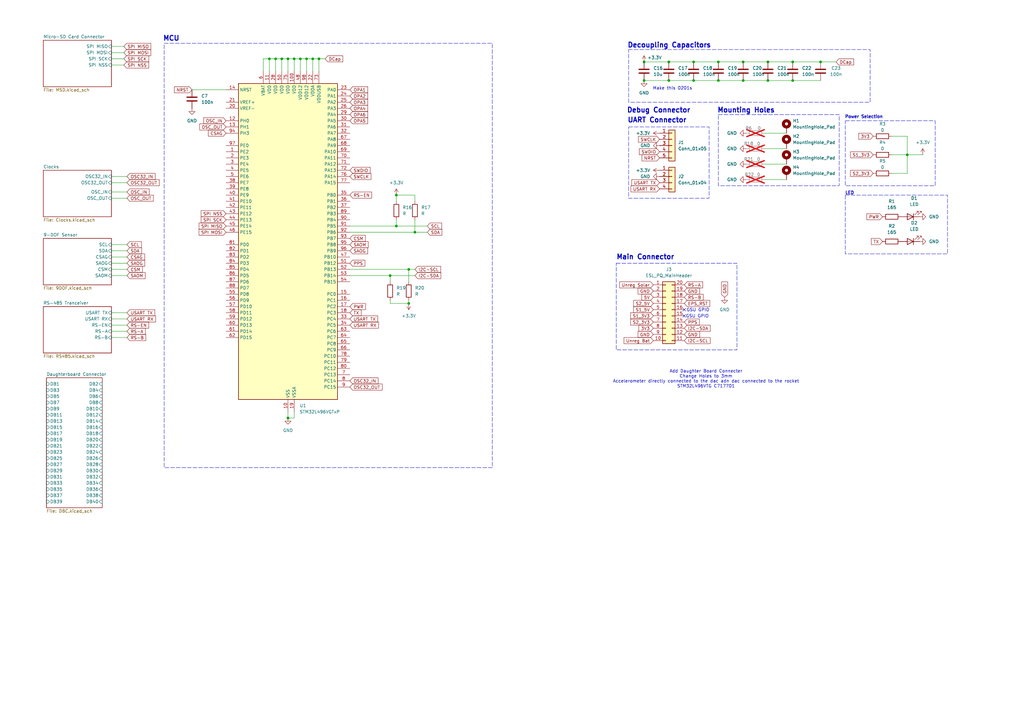
<source format=kicad_sch>
(kicad_sch (version 20231120) (generator "eeschema") (generator_version "8.0")
  (paper "A3")
  (title_block (title "ADCS OBC") (date "2024-04-18") (rev "V1") (comment 1 "22619291") (comment 2 "DP Theron"))
  (lib_symbols
    (symbol "+3.3V_1" (power) (pin_numbers hide) (pin_names (offset 0) hide)
      (property "Value" "+3.3V" (at 0 3.556 0))
      (symbol "+3.3V_1_0_1"
        (polyline (pts (xy -0.762 1.27) (xy 0 2.54)))
        (polyline (pts (xy 0 0) (xy 0 2.54)))
        (polyline (pts (xy 0 2.54) (xy 0.762 1.27)))
      )
      (symbol "+3.3V_1_1_1"
        (pin power_in line (at 0 0 90) (length 0) (name "~") (number "1"))
      )
    )
    (symbol "+3.3V_2" (power) (pin_numbers hide) (pin_names (offset 0) hide)
      (property "Value" "+3.3V" (at 0 3.556 0))
      (symbol "+3.3V_2_0_1"
        (polyline (pts (xy -0.762 1.27) (xy 0 2.54)))
        (polyline (pts (xy 0 0) (xy 0 2.54)))
        (polyline (pts (xy 0 2.54) (xy 0.762 1.27)))
      )
      (symbol "+3.3V_2_1_1"
        (pin power_in line (at 0 0 90) (length 0) (name "~") (number "1"))
      )
    )
    (symbol "+3.3V_3" (power) (pin_numbers hide) (pin_names (offset 0) hide)
      (property "Value" "+3.3V" (at 0 3.556 0))
      (symbol "+3.3V_3_0_1"
        (polyline (pts (xy -0.762 1.27) (xy 0 2.54)))
        (polyline (pts (xy 0 0) (xy 0 2.54)))
        (polyline (pts (xy 0 2.54) (xy 0.762 1.27)))
      )
      (symbol "+3.3V_3_1_1"
        (pin power_in line (at 0 0 90) (length 0) (name "~") (number "1"))
      )
    )
    (symbol "Connector_Generic:Conn_01x04" (pin_names (offset 1.016) hide)
      (property "Reference" "J" (at 0 5.08 0))
      (property "Value" "Conn_01x04" (at 0 -7.62 0))
      (symbol "Conn_01x04_1_1"
        (rectangle (start -1.27 -4.953) (end 0 -5.207) (stroke (width 0.1524)))
        (rectangle (start -1.27 -2.413) (end 0 -2.667) (stroke (width 0.1524)))
        (rectangle (start -1.27 0.127) (end 0 -0.127) (stroke (width 0.1524)))
        (rectangle (start -1.27 2.667) (end 0 2.413) (stroke (width 0.1524)))
        (rectangle (start -1.27 3.81) (end 1.27 -6.35) (stroke (width 0.254)) (fill (type background)))
        (pin passive line (at -5.08 2.54 0) (length 3.81) (name "Pin_1") (number "1"))
        (pin passive line (at -5.08 0 0) (length 3.81) (name "Pin_2") (number "2"))
        (pin passive line (at -5.08 -2.54 0) (length 3.81) (name "Pin_3") (number "3"))
        (pin passive line (at -5.08 -5.08 0) (length 3.81) (name "Pin_4") (number "4"))
      )
    )
    (symbol "Connector_Generic:Conn_01x05" (pin_names (offset 1.016) hide)
      (property "Reference" "J" (at 0 7.62 0))
      (property "Value" "Conn_01x05" (at 0 -7.62 0))
      (symbol "Conn_01x05_1_1"
        (rectangle (start -1.27 -4.953) (end 0 -5.207) (stroke (width 0.1524)))
        (rectangle (start -1.27 -2.413) (end 0 -2.667) (stroke (width 0.1524)))
        (rectangle (start -1.27 0.127) (end 0 -0.127) (stroke (width 0.1524)))
        (rectangle (start -1.27 2.667) (end 0 2.413) (stroke (width 0.1524)))
        (rectangle (start -1.27 5.207) (end 0 4.953) (stroke (width 0.1524)))
        (rectangle (start -1.27 6.35) (end 1.27 -6.35) (stroke (width 0.254)) (fill (type background)))
        (pin passive line (at -5.08 5.08 0) (length 3.81) (name "Pin_1") (number "1"))
        (pin passive line (at -5.08 2.54 0) (length 3.81) (name "Pin_2") (number "2"))
        (pin passive line (at -5.08 0 0) (length 3.81) (name "Pin_3") (number "3"))
        (pin passive line (at -5.08 -2.54 0) (length 3.81) (name "Pin_4") (number "4"))
        (pin passive line (at -5.08 -5.08 0) (length 3.81) (name "Pin_5") (number "5"))
      )
    )
    (symbol "Device:C" (pin_numbers hide) (pin_names (offset 0.254))
      (property "Reference" "C" (at 0.635 2.54 0))
      (property "Value" "C" (at 0.635 -2.54 0))
      (symbol "C_0_1"
        (polyline (pts (xy -2.032 -0.762) (xy 2.032 -0.762)) (stroke (width 0.508)))
        (polyline (pts (xy -2.032 0.762) (xy 2.032 0.762)) (stroke (width 0.508)))
      )
      (symbol "C_1_1"
        (pin passive line (at 0 3.81 270) (length 2.794) (name "~") (number "1"))
        (pin passive line (at 0 -3.81 90) (length 2.794) (name "~") (number "2"))
      )
    )
    (symbol "Device:LED" (pin_numbers hide) (pin_names (offset 1.016) hide)
      (property "Reference" "D" (at 0 2.54 0))
      (property "Value" "LED" (at 0 -2.54 0))
      (symbol "LED_0_1"
        (polyline (pts (xy -1.27 -1.27) (xy -1.27 1.27)) (stroke (width 0.254)))
        (polyline (pts (xy -1.27 0) (xy 1.27 0)))
        (polyline (pts (xy 1.27 -1.27) (xy 1.27 1.27) (xy -1.27 0) (xy 1.27 -1.27)) (stroke (width 0.254)))
        (polyline (pts (xy -3.048 -0.762) (xy -4.572 -2.286) (xy -3.81 -2.286) (xy -4.572 -2.286) (xy -4.572 -1.524)))
        (polyline (pts (xy -1.778 -0.762) (xy -3.302 -2.286) (xy -2.54 -2.286) (xy -3.302 -2.286) (xy -3.302 -1.524)))
      )
      (symbol "LED_1_1"
        (pin passive line (at -3.81 0 0) (length 2.54) (name "K") (number "1"))
        (pin passive line (at 3.81 0 180) (length 2.54) (name "A") (number "2"))
      )
    )
    (symbol "Device:R" (pin_numbers hide) (pin_names (offset 0))
      (property "Reference" "R" (at 2.032 0 90))
      (property "Value" "R" (at 0 0 90))
      (symbol "R_0_1"
        (rectangle (start -1.016 -2.54) (end 1.016 2.54) (stroke (width 0.254)))
      )
      (symbol "R_1_1"
        (pin passive line (at 0 3.81 270) (length 1.27) (name "~") (number "1"))
        (pin passive line (at 0 -3.81 90) (length 1.27) (name "~") (number "2"))
      )
    )
    (symbol "ESL_PQ:Conn_02x10_Counter_Clockwise" (pin_names (offset 1.016) hide)
      (property "Reference" "J" (at 1.27 12.7 0))
      (property "Value" "Conn_02x10_Counter_Clockwise" (at 1.27 -15.24 0))
      (symbol "Conn_02x10_Counter_Clockwise_1_1"
        (rectangle (start -1.27 -12.573) (end 0 -12.827) (stroke (width 0.1524)))
        (rectangle (start -1.27 -10.033) (end 0 -10.287) (stroke (width 0.1524)))
        (rectangle (start -1.27 -7.493) (end 0 -7.747) (stroke (width 0.1524)))
        (rectangle (start -1.27 -4.953) (end 0 -5.207) (stroke (width 0.1524)))
        (rectangle (start -1.27 -2.413) (end 0 -2.667) (stroke (width 0.1524)))
        (rectangle (start -1.27 0.127) (end 0 -0.127) (stroke (width 0.1524)))
        (rectangle (start -1.27 2.667) (end 0 2.413) (stroke (width 0.1524)))
        (rectangle (start -1.27 5.207) (end 0 4.953) (stroke (width 0.1524)))
        (rectangle (start -1.27 7.747) (end 0 7.493) (stroke (width 0.1524)))
        (rectangle (start -1.27 10.287) (end 0 10.033) (stroke (width 0.1524)))
        (rectangle (start -1.27 11.43) (end 3.81 -13.97) (stroke (width 0.254)) (fill (type background)))
        (rectangle (start 3.81 -12.573) (end 2.54 -12.827) (stroke (width 0.1524)))
        (rectangle (start 3.81 -10.033) (end 2.54 -10.287) (stroke (width 0.1524)))
        (rectangle (start 3.81 -7.493) (end 2.54 -7.747) (stroke (width 0.1524)))
        (rectangle (start 3.81 -4.953) (end 2.54 -5.207) (stroke (width 0.1524)))
        (rectangle (start 3.81 -2.413) (end 2.54 -2.667) (stroke (width 0.1524)))
        (rectangle (start 3.81 0.127) (end 2.54 -0.127) (stroke (width 0.1524)))
        (rectangle (start 3.81 2.667) (end 2.54 2.413) (stroke (width 0.1524)))
        (rectangle (start 3.81 5.207) (end 2.54 4.953) (stroke (width 0.1524)))
        (rectangle (start 3.81 7.747) (end 2.54 7.493) (stroke (width 0.1524)))
        (rectangle (start 3.81 10.287) (end 2.54 10.033) (stroke (width 0.1524)))
        (pin passive line (at -5.08 10.16 0) (length 3.81) (name "Pin_1") (number "1"))
        (pin passive line (at -5.08 -12.7 0) (length 3.81) (name "Pin_10") (number "10"))
        (pin passive line (at 7.62 -12.7 180) (length 3.81) (name "Pin_11") (number "11"))
        (pin passive line (at 7.62 -10.16 180) (length 3.81) (name "Pin_12") (number "12"))
        (pin passive line (at 7.62 -7.62 180) (length 3.81) (name "Pin_13") (number "13"))
        (pin passive line (at 7.62 -5.08 180) (length 3.81) (name "Pin_14") (number "14"))
        (pin passive line (at 7.62 -2.54 180) (length 3.81) (name "Pin_15") (number "15"))
        (pin passive line (at 7.62 0 180) (length 3.81) (name "Pin_16") (number "16"))
        (pin passive line (at 7.62 2.54 180) (length 3.81) (name "Pin_17") (number "17"))
        (pin passive line (at 7.62 5.08 180) (length 3.81) (name "Pin_18") (number "18"))
        (pin passive line (at 7.62 7.62 180) (length 3.81) (name "Pin_19") (number "19"))
        (pin passive line (at -5.08 7.62 0) (length 3.81) (name "Pin_2") (number "2"))
        (pin passive line (at 7.62 10.16 180) (length 3.81) (name "Pin_20") (number "20"))
        (pin passive line (at -5.08 5.08 0) (length 3.81) (name "Pin_3") (number "3"))
        (pin passive line (at -5.08 2.54 0) (length 3.81) (name "Pin_4") (number "4"))
        (pin passive line (at -5.08 0 0) (length 3.81) (name "Pin_5") (number "5"))
        (pin passive line (at -5.08 -2.54 0) (length 3.81) (name "Pin_6") (number "6"))
        (pin passive line (at -5.08 -5.08 0) (length 3.81) (name "Pin_7") (number "7"))
        (pin passive line (at -5.08 -7.62 0) (length 3.81) (name "Pin_8") (number "8"))
        (pin passive line (at -5.08 -10.16 0) (length 3.81) (name "Pin_9") (number "9"))
      )
    )
    (symbol "GND_1" (power) (pin_numbers hide) (pin_names (offset 0) hide)
      (property "Value" "GND" (at 0 -3.81 0))
      (symbol "GND_1_0_1"
        (polyline (pts (xy 0 0) (xy 0 -1.27) (xy 1.27 -1.27) (xy 0 -2.54) (xy -1.27 -1.27) (xy 0 -1.27)))
      )
      (symbol "GND_1_1_1"
        (pin power_in line (at 0 0 270) (length 0) (name "~") (number "1"))
      )
    )
    (symbol "GND_2" (power) (pin_numbers hide) (pin_names (offset 0) hide)
      (property "Value" "GND" (at 0 -3.81 0))
      (symbol "GND_2_0_1"
        (polyline (pts (xy 0 0) (xy 0 -1.27) (xy 1.27 -1.27) (xy 0 -2.54) (xy -1.27 -1.27) (xy 0 -1.27)))
      )
      (symbol "GND_2_1_1"
        (pin power_in line (at 0 0 270) (length 0) (name "~") (number "1"))
      )
    )
    (symbol "MCU_ST_STM32L4:STM32L496VGTxP"
      (property "Reference" "U" (at -20.32 67.31 0))
      (property "Value" "STM32L496VGTxP" (at 15.24 67.31 0))
      (symbol "STM32L496VGTxP_0_1"
        (rectangle (start -20.32 -63.5) (end 20.32 66.04) (stroke (width 0.254)) (fill (type background)))
      )
      (symbol "STM32L496VGTxP_1_1"
        (pin bidirectional line (at -25.4 38.1 0) (length 5.08) (name "PE2") (number "1"))
        (pin power_in line (at 0 -68.58 90) (length 5.08) (name "VSS") (number "10"))
        (pin power_in line (at 2.54 71.12 270) (length 5.08) (name "VDD") (number "100"))
        (pin power_in line (at -7.62 71.12 270) (length 5.08) (name "VDD") (number "11"))
        (pin bidirectional line (at -25.4 50.8 0) (length 5.08) (name "PH0") (number "12"))
        (pin bidirectional line (at -25.4 48.26 0) (length 5.08) (name "PH1") (number "13"))
        (pin input line (at -25.4 63.5 0) (length 5.08) (name "NRST") (number "14"))
        (pin bidirectional line (at 25.4 -20.32 180) (length 5.08) (name "PC0") (number "15"))
        (pin bidirectional line (at 25.4 -22.86 180) (length 5.08) (name "PC1") (number "16"))
        (pin bidirectional line (at 25.4 -25.4 180) (length 5.08) (name "PC2") (number "17"))
        (pin bidirectional line (at 25.4 -27.94 180) (length 5.08) (name "PC3") (number "18"))
        (pin power_in line (at 2.54 -68.58 90) (length 5.08) (name "VSSA") (number "19"))
        (pin bidirectional line (at -25.4 35.56 0) (length 5.08) (name "PE3") (number "2"))
        (pin input line (at -25.4 55.88 0) (length 5.08) (name "VREF-") (number "20"))
        (pin input line (at -25.4 58.42 0) (length 5.08) (name "VREF+") (number "21"))
        (pin power_in line (at 10.16 71.12 270) (length 5.08) (name "VDDA") (number "22"))
        (pin bidirectional line (at 25.4 63.5 180) (length 5.08) (name "PA0") (number "23"))
        (pin bidirectional line (at 25.4 60.96 180) (length 5.08) (name "PA1") (number "24"))
        (pin bidirectional line (at 25.4 58.42 180) (length 5.08) (name "PA2") (number "25"))
        (pin bidirectional line (at 25.4 55.88 180) (length 5.08) (name "PA3") (number "26"))
        (pin passive line (at 0 -68.58 90) (length 5.08) hide (name "VSS") (number "27"))
        (pin power_in line (at -5.08 71.12 270) (length 5.08) (name "VDD") (number "28"))
        (pin bidirectional line (at 25.4 53.34 180) (length 5.08) (name "PA4") (number "29"))
        (pin bidirectional line (at -25.4 33.02 0) (length 5.08) (name "PE4") (number "3"))
        (pin bidirectional line (at 25.4 50.8 180) (length 5.08) (name "PA5") (number "30"))
        (pin bidirectional line (at 25.4 48.26 180) (length 5.08) (name "PA6") (number "31"))
        (pin bidirectional line (at 25.4 45.72 180) (length 5.08) (name "PA7") (number "32"))
        (pin bidirectional line (at 25.4 -30.48 180) (length 5.08) (name "PC4") (number "33"))
        (pin bidirectional line (at 25.4 -33.02 180) (length 5.08) (name "PC5") (number "34"))
        (pin bidirectional line (at 25.4 20.32 180) (length 5.08) (name "PB0") (number "35"))
        (pin bidirectional line (at 25.4 17.78 180) (length 5.08) (name "PB1") (number "36"))
        (pin bidirectional line (at 25.4 15.24 180) (length 5.08) (name "PB2") (number "37"))
        (pin bidirectional line (at -25.4 25.4 0) (length 5.08) (name "PE7") (number "38"))
        (pin bidirectional line (at -25.4 22.86 0) (length 5.08) (name "PE8") (number "39"))
        (pin bidirectional line (at -25.4 30.48 0) (length 5.08) (name "PE5") (number "4"))
        (pin bidirectional line (at -25.4 20.32 0) (length 5.08) (name "PE9") (number "40"))
        (pin bidirectional line (at -25.4 17.78 0) (length 5.08) (name "PE10") (number "41"))
        (pin bidirectional line (at -25.4 15.24 0) (length 5.08) (name "PE11") (number "42"))
        (pin bidirectional line (at -25.4 12.7 0) (length 5.08) (name "PE12") (number "43"))
        (pin bidirectional line (at -25.4 10.16 0) (length 5.08) (name "PE13") (number "44"))
        (pin bidirectional line (at -25.4 7.62 0) (length 5.08) (name "PE14") (number "45"))
        (pin bidirectional line (at -25.4 5.08 0) (length 5.08) (name "PE15") (number "46"))
        (pin bidirectional line (at 25.4 -5.08 180) (length 5.08) (name "PB10") (number "47"))
        (pin power_in line (at 5.08 71.12 270) (length 5.08) (name "VDD12") (number "48"))
        (pin passive line (at 0 -68.58 90) (length 5.08) hide (name "VSS") (number "49"))
        (pin bidirectional line (at -25.4 27.94 0) (length 5.08) (name "PE6") (number "5"))
        (pin power_in line (at -2.54 71.12 270) (length 5.08) (name "VDD") (number "50"))
        (pin bidirectional line (at 25.4 -7.62 180) (length 5.08) (name "PB12") (number "51"))
        (pin bidirectional line (at 25.4 -10.16 180) (length 5.08) (name "PB13") (number "52"))
        (pin bidirectional line (at 25.4 -12.7 180) (length 5.08) (name "PB14") (number "53"))
        (pin bidirectional line (at 25.4 -15.24 180) (length 5.08) (name "PB15") (number "54"))
        (pin bidirectional line (at -25.4 -20.32 0) (length 5.08) (name "PD8") (number "55"))
        (pin bidirectional line (at -25.4 -22.86 0) (length 5.08) (name "PD9") (number "56"))
        (pin bidirectional line (at -25.4 -25.4 0) (length 5.08) (name "PD10") (number "57"))
        (pin bidirectional line (at -25.4 -27.94 0) (length 5.08) (name "PD11") (number "58"))
        (pin bidirectional line (at -25.4 -30.48 0) (length 5.08) (name "PD12") (number "59"))
        (pin power_in line (at -10.16 71.12 270) (length 5.08) (name "VBAT") (number "6"))
        (pin bidirectional line (at -25.4 -33.02 0) (length 5.08) (name "PD13") (number "60"))
        (pin bidirectional line (at -25.4 -35.56 0) (length 5.08) (name "PD14") (number "61"))
        (pin bidirectional line (at -25.4 -38.1 0) (length 5.08) (name "PD15") (number "62"))
        (pin bidirectional line (at 25.4 -35.56 180) (length 5.08) (name "PC6") (number "63"))
        (pin bidirectional line (at 25.4 -38.1 180) (length 5.08) (name "PC7") (number "64"))
        (pin bidirectional line (at 25.4 -40.64 180) (length 5.08) (name "PC8") (number "65"))
        (pin bidirectional line (at 25.4 -43.18 180) (length 5.08) (name "PC9") (number "66"))
        (pin bidirectional line (at 25.4 43.18 180) (length 5.08) (name "PA8") (number "67"))
        (pin bidirectional line (at 25.4 40.64 180) (length 5.08) (name "PA9") (number "68"))
        (pin bidirectional line (at 25.4 38.1 180) (length 5.08) (name "PA10") (number "69"))
        (pin bidirectional line (at 25.4 -53.34 180) (length 5.08) (name "PC13") (number "7"))
        (pin bidirectional line (at 25.4 35.56 180) (length 5.08) (name "PA11") (number "70"))
        (pin bidirectional line (at 25.4 33.02 180) (length 5.08) (name "PA12") (number "71"))
        (pin bidirectional line (at 25.4 30.48 180) (length 5.08) (name "PA13") (number "72"))
        (pin power_in line (at 12.7 71.12 270) (length 5.08) (name "VDDUSB") (number "73"))
        (pin passive line (at 0 -68.58 90) (length 5.08) hide (name "VSS") (number "74"))
        (pin power_in line (at 0 71.12 270) (length 5.08) (name "VDD") (number "75"))
        (pin bidirectional line (at 25.4 27.94 180) (length 5.08) (name "PA14") (number "76"))
        (pin bidirectional line (at 25.4 25.4 180) (length 5.08) (name "PA15") (number "77"))
        (pin bidirectional line (at 25.4 -45.72 180) (length 5.08) (name "PC10") (number "78"))
        (pin bidirectional line (at 25.4 -48.26 180) (length 5.08) (name "PC11") (number "79"))
        (pin bidirectional line (at 25.4 -55.88 180) (length 5.08) (name "PC14") (number "8"))
        (pin bidirectional line (at 25.4 -50.8 180) (length 5.08) (name "PC12") (number "80"))
        (pin bidirectional line (at -25.4 0 0) (length 5.08) (name "PD0") (number "81"))
        (pin bidirectional line (at -25.4 -2.54 0) (length 5.08) (name "PD1") (number "82"))
        (pin bidirectional line (at -25.4 -5.08 0) (length 5.08) (name "PD2") (number "83"))
        (pin bidirectional line (at -25.4 -7.62 0) (length 5.08) (name "PD3") (number "84"))
        (pin bidirectional line (at -25.4 -10.16 0) (length 5.08) (name "PD4") (number "85"))
        (pin bidirectional line (at -25.4 -12.7 0) (length 5.08) (name "PD5") (number "86"))
        (pin bidirectional line (at -25.4 -15.24 0) (length 5.08) (name "PD6") (number "87"))
        (pin bidirectional line (at -25.4 -17.78 0) (length 5.08) (name "PD7") (number "88"))
        (pin bidirectional line (at 25.4 12.7 180) (length 5.08) (name "PB3") (number "89"))
        (pin bidirectional line (at 25.4 -58.42 180) (length 5.08) (name "PC15") (number "9"))
        (pin bidirectional line (at 25.4 10.16 180) (length 5.08) (name "PB4") (number "90"))
        (pin bidirectional line (at 25.4 7.62 180) (length 5.08) (name "PB5") (number "91"))
        (pin bidirectional line (at 25.4 5.08 180) (length 5.08) (name "PB6") (number "92"))
        (pin bidirectional line (at 25.4 2.54 180) (length 5.08) (name "PB7") (number "93"))
        (pin bidirectional line (at -25.4 45.72 0) (length 5.08) (name "PH3") (number "94"))
        (pin bidirectional line (at 25.4 0 180) (length 5.08) (name "PB8") (number "95"))
        (pin bidirectional line (at 25.4 -2.54 180) (length 5.08) (name "PB9") (number "96"))
        (pin bidirectional line (at -25.4 40.64 0) (length 5.08) (name "PE0") (number "97"))
        (pin power_in line (at 7.62 71.12 270) (length 5.08) (name "VDD12") (number "98"))
        (pin passive line (at 0 -68.58 90) (length 5.08) hide (name "VSS") (number "99"))
      )
    )
    (symbol "Mechanical:MountingHole_Pad" (pin_numbers hide) (pin_names (offset 1.016) hide) (exclude_from_sim yes) (in_bom no)
      (property "Reference" "H" (at 0 6.35 0))
      (property "Value" "MountingHole_Pad" (at 0 4.445 0))
      (symbol "MountingHole_Pad_0_1"
        (circle (center 0 1.27) (radius 1.27) (stroke (width 1.27)))
      )
      (symbol "MountingHole_Pad_1_1"
        (pin input line (at 0 -2.54 90) (length 2.54) (name "1") (number "1"))
      )
    )
    (symbol "power:+3.3V" (power) (pin_names (offset 0))
      (property "Value" "+3.3V" (at 0 3.556 0))
      (symbol "+3.3V_0_1"
        (polyline (pts (xy -0.762 1.27) (xy 0 2.54)))
        (polyline (pts (xy 0 0) (xy 0 2.54)))
        (polyline (pts (xy 0 2.54) (xy 0.762 1.27)))
      )
      (symbol "+3.3V_1_1"
        (pin power_in line (at 0 0 90) (length 0) hide (name "+3.3V") (number "1"))
      )
    )
    (symbol "power:GND" (power) (pin_names (offset 0))
      (property "Value" "GND" (at 0 -3.81 0))
      (symbol "GND_0_1"
        (polyline (pts (xy 0 0) (xy 0 -1.27) (xy 1.27 -1.27) (xy 0 -2.54) (xy -1.27 -1.27) (xy 0 -1.27)))
      )
      (symbol "GND_1_1"
        (pin power_in line (at 0 0 270) (length 0) hide (name "GND") (number "1"))
      )
    )
  )
  (junction (at 160.02 113.03))
  (junction (at 162.56 92.71))
  (junction (at 336.55 25.4))
  (junction (at 167.64 110.49))
  (junction (at 274.32 25.4))
  (junction (at 170.18 95.25))
  (junction (at 274.32 33.02))
  (junction (at 325.12 33.02))
  (junction (at 314.96 25.4))
  (junction (at 115.57 24.13))
  (junction (at 304.8 25.4))
  (junction (at 284.48 33.02))
  (junction (at 284.48 25.4))
  (junction (at 264.16 33.02))
  (junction (at 314.96 33.02))
  (junction (at 128.27 24.13))
  (junction (at 294.64 33.02))
  (junction (at 304.8 33.02))
  (junction (at 118.11 171.45))
  (junction (at 130.81 24.13))
  (junction (at 123.19 24.13))
  (junction (at 294.64 25.4))
  (junction (at 125.73 24.13))
  (junction (at 167.64 124.46))
  (junction (at 113.03 24.13))
  (junction (at 120.65 24.13))
  (junction (at 372.11 63.5))
  (junction (at 162.56 80.01))
  (junction (at 325.12 25.4))
  (junction (at 110.49 24.13))
  (junction (at 264.16 25.4))
  (junction (at 118.11 24.13))
  (no_connect (at 280.67 129.54))
  (no_connect (at 280.67 127))
  (wire (pts (xy 284.48 33.02) (xy 294.64 33.02)))
  (wire (pts (xy 110.49 24.13) (xy 110.49 29.21)))
  (wire (pts (xy 264.16 25.4) (xy 274.32 25.4)))
  (wire (pts (xy 162.56 82.55) (xy 162.56 80.01)))
  (wire (pts (xy 115.57 24.13) (xy 115.57 29.21)))
  (wire (pts (xy 45.72 113.03) (xy 52.07 113.03)))
  (wire (pts (xy 313.69 67.31) (xy 322.58 67.31)))
  (wire (pts (xy 162.56 92.71) (xy 175.26 92.71)))
  (wire (pts (xy 120.65 24.13) (xy 123.19 24.13)))
  (wire (pts (xy 45.72 130.81) (xy 52.07 130.81)))
  (wire (pts (xy 313.69 54.61) (xy 322.58 54.61)))
  (wire (pts (xy 123.19 24.13) (xy 125.73 24.13)))
  (wire (pts (xy 78.74 36.83) (xy 92.71 36.83)))
  (wire (pts (xy 372.11 55.88) (xy 372.11 63.5)))
  (wire (pts (xy 110.49 24.13) (xy 107.95 24.13)))
  (wire (pts (xy 45.72 74.93) (xy 52.07 74.93)))
  (wire (pts (xy 314.96 33.02) (xy 325.12 33.02)))
  (wire (pts (xy 118.11 168.91) (xy 118.11 171.45)))
  (wire (pts (xy 128.27 29.21) (xy 128.27 24.13)))
  (wire (pts (xy 167.64 110.49) (xy 143.51 110.49)))
  (wire (pts (xy 120.65 24.13) (xy 118.11 24.13)))
  (wire (pts (xy 120.65 24.13) (xy 120.65 29.21)))
  (wire (pts (xy 170.18 95.25) (xy 143.51 95.25)))
  (wire (pts (xy 170.18 110.49) (xy 167.64 110.49)))
  (wire (pts (xy 45.72 128.27) (xy 52.07 128.27)))
  (wire (pts (xy 304.8 33.02) (xy 314.96 33.02)))
  (wire (pts (xy 170.18 80.01) (xy 170.18 82.55)))
  (wire (pts (xy 175.26 95.25) (xy 170.18 95.25)))
  (wire (pts (xy 45.72 24.13) (xy 50.8 24.13)))
  (wire (pts (xy 294.64 33.02) (xy 304.8 33.02)))
  (wire (pts (xy 45.72 133.35) (xy 52.07 133.35)))
  (wire (pts (xy 130.81 24.13) (xy 130.81 29.21)))
  (wire (pts (xy 167.64 124.46) (xy 167.64 123.19)))
  (wire (pts (xy 45.72 107.95) (xy 52.07 107.95)))
  (wire (pts (xy 143.51 113.03) (xy 160.02 113.03)))
  (wire (pts (xy 294.64 25.4) (xy 304.8 25.4)))
  (wire (pts (xy 45.72 78.74) (xy 52.07 78.74)))
  (wire (pts (xy 118.11 171.45) (xy 120.65 171.45)))
  (wire (pts (xy 313.69 73.66) (xy 322.58 73.66)))
  (wire (pts (xy 167.64 110.49) (xy 167.64 115.57)))
  (wire (pts (xy 45.72 102.87) (xy 52.07 102.87)))
  (wire (pts (xy 107.95 24.13) (xy 107.95 29.21)))
  (wire (pts (xy 45.72 110.49) (xy 52.07 110.49)))
  (wire (pts (xy 125.73 24.13) (xy 128.27 24.13)))
  (wire (pts (xy 160.02 113.03) (xy 170.18 113.03)))
  (wire (pts (xy 45.72 72.39) (xy 52.07 72.39)))
  (wire (pts (xy 372.11 71.12) (xy 365.76 71.12)))
  (wire (pts (xy 325.12 25.4) (xy 336.55 25.4)))
  (wire (pts (xy 45.72 100.33) (xy 52.07 100.33)))
  (wire (pts (xy 45.72 135.89) (xy 52.07 135.89)))
  (wire (pts (xy 110.49 24.13) (xy 113.03 24.13)))
  (wire (pts (xy 130.81 24.13) (xy 133.35 24.13)))
  (wire (pts (xy 170.18 90.17) (xy 170.18 95.25)))
  (wire (pts (xy 162.56 80.01) (xy 170.18 80.01)))
  (wire (pts (xy 325.12 33.02) (xy 336.55 33.02)))
  (wire (pts (xy 365.76 63.5) (xy 372.11 63.5)))
  (wire (pts (xy 120.65 171.45) (xy 120.65 168.91)))
  (wire (pts (xy 160.02 115.57) (xy 160.02 113.03)))
  (wire (pts (xy 304.8 25.4) (xy 314.96 25.4)))
  (wire (pts (xy 378.46 63.5) (xy 372.11 63.5)))
  (wire (pts (xy 45.72 105.41) (xy 52.07 105.41)))
  (wire (pts (xy 45.72 138.43) (xy 52.07 138.43)))
  (wire (pts (xy 160.02 124.46) (xy 167.64 124.46)))
  (wire (pts (xy 160.02 123.19) (xy 160.02 124.46)))
  (wire (pts (xy 274.32 33.02) (xy 284.48 33.02)))
  (wire (pts (xy 284.48 25.4) (xy 294.64 25.4)))
  (wire (pts (xy 128.27 24.13) (xy 130.81 24.13)))
  (wire (pts (xy 313.69 60.96) (xy 322.58 60.96)))
  (wire (pts (xy 365.76 55.88) (xy 372.11 55.88)))
  (wire (pts (xy 125.73 24.13) (xy 125.73 29.21)))
  (wire (pts (xy 45.72 26.67) (xy 50.8 26.67)))
  (wire (pts (xy 314.96 25.4) (xy 325.12 25.4)))
  (wire (pts (xy 45.72 81.28) (xy 52.07 81.28)))
  (wire (pts (xy 118.11 24.13) (xy 118.11 29.21)))
  (wire (pts (xy 123.19 29.21) (xy 123.19 24.13)))
  (wire (pts (xy 162.56 90.17) (xy 162.56 92.71)))
  (wire (pts (xy 45.72 21.59) (xy 50.8 21.59)))
  (wire (pts (xy 113.03 24.13) (xy 115.57 24.13)))
  (wire (pts (xy 274.32 25.4) (xy 284.48 25.4)))
  (wire (pts (xy 113.03 24.13) (xy 113.03 29.21)))
  (wire (pts (xy 336.55 25.4) (xy 342.9 25.4)))
  (wire (pts (xy 118.11 24.13) (xy 115.57 24.13)))
  (wire (pts (xy 143.51 92.71) (xy 162.56 92.71)))
  (wire (pts (xy 264.16 33.02) (xy 274.32 33.02)))
  (wire (pts (xy 45.72 19.05) (xy 50.8 19.05)))
  (wire (pts (xy 372.11 63.5) (xy 372.11 71.12)))
  (rectangle (start 294.64 46.99) (end 344.17 76.2) (stroke (width 0) (type dash)))
  (rectangle (start 252.73 107.95) (end 302.26 143.51) (stroke (width 0) (type dash)))
  (rectangle (start 257.81 52.07) (end 290.83 81.28) (stroke (width 0) (type dash)))
  (rectangle (start 67.31 17.78) (end 201.93 191.77) (stroke (width 0) (type dash)))
  (rectangle (start 257.81 20.32) (end 356.87 41.91) (stroke (width 0) (type dash)))
  (rectangle (start 346.71 80.01) (end 388.62 104.14) (stroke (width 0) (type dash)))
  (rectangle (start 346.71 49.53) (end 383.54 76.2) (stroke (width 0) (type dash)))
  (text "GSU GPIO" (at 286.004 129.794 0) (effects (font (size 1.27 1.27))))
  (text "Power Selection" (at 354.33 48.006 0) (effects (font (size 1.27 1.27) (thickness 0.254) (bold yes))))
  (text "UART Connector" (at 257.302 50.546 0) (effects (font (size 2 2) (thickness 0.4) (bold yes)) (justify left bottom)))
  (text "LED" (at 348.488 79.248 0) (effects (font (size 1.27 1.27) (thickness 0.254) (bold yes))))
  (text "Decoupling Capacitors" (at 257.302 19.812 0) (effects (font (size 2 2) (bold yes)) (justify left bottom)))
  (text "Mounting Holes" (at 294.132 46.482 0) (effects (font (size 2 2) (thickness 0.4) (bold yes)) (justify left bottom)))
  (text "Debug Connector" (at 257.048 46.482 0) (effects (font (size 2 2) (thickness 0.4) (bold yes)) (justify left bottom)))
  (text "Add Daughter Board Connecter\nChange Holes to 3mm\nAccelerometer directly connected to the dac adn dac connected to the rocket\nSTM32L496VTG C717701" (at 289.56 155.448 0) (effects (font (size 1.27 1.27))))
  (text "Main Connector" (at 252.73 106.68 0) (effects (font (size 2 2) (thickness 0.4) (bold yes)) (justify left bottom)))
  (text "GSU GPIO" (at 286.258 127.254 0) (effects (font (size 1.27 1.27))))
  (text "MCU" (at 66.802 17.018 0) (effects (font (size 2 2) (bold yes)) (justify left bottom)))
  (text "Make this 0201s" (at 275.844 36.322 0) (effects (font (size 1.27 1.27))))
  (global_label "USART RX" (shape input) (at 52.07 130.81 0) (property "Intersheetrefs" "${INTERSHEET_REFS}" (effects (hide yes))))
  (global_label "OSC32_OUT" (shape input) (at 52.07 74.93 0) (property "Intersheetrefs" "${INTERSHEET_REFS}" (effects (hide yes))))
  (global_label "SWDIO" (shape input) (at 270.51 62.23 180) (property "Intersheetrefs" "${INTERSHEET_REFS}" (effects (hide yes))))
  (global_label "RS-B" (shape input) (at 52.07 138.43 0) (property "Intersheetrefs" "${INTERSHEET_REFS}" (effects (hide yes))))
  (global_label "SPI NSS" (shape input) (at 92.71 87.63 180) (property "Intersheetrefs" "${INTERSHEET_REFS}" (effects (hide yes))))
  (global_label "RS-A" (shape input) (at 52.07 135.89 0) (property "Intersheetrefs" "${INTERSHEET_REFS}" (effects (hide yes))))
  (global_label "PPS" (shape input) (at 143.51 107.95 0) (property "Intersheetrefs" "${INTERSHEET_REFS}" (effects (hide yes))))
  (global_label "SPI MISO" (shape input) (at 92.71 92.71 180) (property "Intersheetrefs" "${INTERSHEET_REFS}" (effects (hide yes))))
  (global_label "SPI MOSI" (shape input) (at 50.8 21.59 0) (property "Intersheetrefs" "${INTERSHEET_REFS}" (effects (hide yes))))
  (global_label "S1_5V" (shape input) (at 267.97 127 180) (property "Intersheetrefs" "${INTERSHEET_REFS}" (effects (hide yes))))
  (global_label "GND" (shape input) (at 280.67 137.16 0) (property "Intersheetrefs" "${INTERSHEET_REFS}" (effects (hide yes))))
  (global_label "3V3" (shape input) (at 358.14 55.88 180) (property "Intersheetrefs" "${INTERSHEET_REFS}" (effects (hide yes))))
  (global_label "USART TX" (shape input) (at 270.51 74.93 180) (property "Intersheetrefs" "${INTERSHEET_REFS}" (effects (hide yes))))
  (global_label "SPI NSS" (shape input) (at 50.8 26.67 0) (property "Intersheetrefs" "${INTERSHEET_REFS}" (effects (hide yes))))
  (global_label "SPI MOSI" (shape input) (at 92.71 95.25 180) (property "Intersheetrefs" "${INTERSHEET_REFS}" (effects (hide yes))))
  (global_label "SDA" (shape input) (at 175.26 95.25 0) (property "Intersheetrefs" "${INTERSHEET_REFS}" (effects (hide yes))))
  (global_label "CSM" (shape input) (at 52.07 110.49 0) (property "Intersheetrefs" "${INTERSHEET_REFS}" (effects (hide yes))))
  (global_label "S2_3V3" (shape input) (at 267.97 132.08 180) (property "Intersheetrefs" "${INTERSHEET_REFS}" (effects (hide yes))))
  (global_label "SPI MISO" (shape input) (at 50.8 19.05 0) (property "Intersheetrefs" "${INTERSHEET_REFS}" (effects (hide yes))))
  (global_label "OPA2" (shape input) (at 143.51 39.37 0) (property "Intersheetrefs" "${INTERSHEET_REFS}" (effects (hide yes))))
  (global_label "I2C-SCL" (shape input) (at 280.67 139.7 0) (property "Intersheetrefs" "${INTERSHEET_REFS}" (effects (hide yes))))
  (global_label "SDA" (shape input) (at 52.07 102.87 0) (property "Intersheetrefs" "${INTERSHEET_REFS}" (effects (hide yes))))
  (global_label "TX" (shape input) (at 143.51 128.27 0) (property "Intersheetrefs" "${INTERSHEET_REFS}" (effects (hide yes))))
  (global_label "SAOG" (shape input) (at 52.07 107.95 0) (property "Intersheetrefs" "${INTERSHEET_REFS}" (effects (hide yes))))
  (global_label "RS-B" (shape input) (at 280.67 121.92 0) (property "Intersheetrefs" "${INTERSHEET_REFS}" (effects (hide yes))))
  (global_label "RS-A" (shape input) (at 280.67 116.84 0) (property "Intersheetrefs" "${INTERSHEET_REFS}" (effects (hide yes))))
  (global_label "NRST" (shape input) (at 270.51 64.77 180) (property "Intersheetrefs" "${INTERSHEET_REFS}" (effects (hide yes))))
  (global_label "SCL" (shape input) (at 175.26 92.71 0) (property "Intersheetrefs" "${INTERSHEET_REFS}" (effects (hide yes))))
  (global_label "OPA5" (shape input) (at 143.51 49.53 0) (property "Intersheetrefs" "${INTERSHEET_REFS}" (effects (hide yes))))
  (global_label "RS-EN" (shape input) (at 143.51 80.01 0) (property "Intersheetrefs" "${INTERSHEET_REFS}" (effects (hide yes))))
  (global_label "SAOM" (shape input) (at 52.07 113.03 0) (property "Intersheetrefs" "${INTERSHEET_REFS}" (effects (hide yes))))
  (global_label "OPA3" (shape input) (at 143.51 41.91 0) (property "Intersheetrefs" "${INTERSHEET_REFS}" (effects (hide yes))))
  (global_label "GND" (shape input) (at 280.67 119.38 0) (property "Intersheetrefs" "${INTERSHEET_REFS}" (effects (hide yes))))
  (global_label "RS-EN" (shape input) (at 52.07 133.35 0) (property "Intersheetrefs" "${INTERSHEET_REFS}" (effects (hide yes))))
  (global_label "3V3" (shape input) (at 267.97 134.62 180) (property "Intersheetrefs" "${INTERSHEET_REFS}" (effects (hide yes))))
  (global_label "I2C-SCL" (shape input) (at 170.18 110.49 0) (property "Intersheetrefs" "${INTERSHEET_REFS}" (effects (hide yes))))
  (global_label "PPS" (shape input) (at 280.67 132.08 0) (property "Intersheetrefs" "${INTERSHEET_REFS}" (effects (hide yes))))
  (global_label "I2C-SDA" (shape input) (at 280.67 134.62 0) (property "Intersheetrefs" "${INTERSHEET_REFS}" (effects (hide yes))))
  (global_label "CSAG" (shape input) (at 92.71 54.61 180) (property "Intersheetrefs" "${INTERSHEET_REFS}" (effects (hide yes))))
  (global_label "OSC_IN" (shape input) (at 52.07 78.74 0) (property "Intersheetrefs" "${INTERSHEET_REFS}" (effects (hide yes))))
  (global_label "PWR" (shape input) (at 361.95 88.9 180) (property "Intersheetrefs" "${INTERSHEET_REFS}" (effects (hide yes))))
  (global_label "NRST" (shape input) (at 78.74 36.83 180) (property "Intersheetrefs" "${INTERSHEET_REFS}" (effects (hide yes))))
  (global_label "CSM" (shape input) (at 143.51 97.79 0) (property "Intersheetrefs" "${INTERSHEET_REFS}" (effects (hide yes))))
  (global_label "SWDIO" (shape input) (at 143.51 69.85 0) (property "Intersheetrefs" "${INTERSHEET_REFS}" (effects (hide yes))))
  (global_label "SWCLK" (shape input) (at 270.51 57.15 180) (property "Intersheetrefs" "${INTERSHEET_REFS}" (effects (hide yes))))
  (global_label "OSC32_IN" (shape input) (at 52.07 72.39 0) (property "Intersheetrefs" "${INTERSHEET_REFS}" (effects (hide yes))))
  (global_label "TX" (shape input) (at 361.95 99.06 180) (property "Intersheetrefs" "${INTERSHEET_REFS}" (effects (hide yes))))
  (global_label "OPA4" (shape input) (at 143.51 44.45 0) (property "Intersheetrefs" "${INTERSHEET_REFS}" (effects (hide yes))))
  (global_label "SAOG" (shape input) (at 143.51 102.87 0) (property "Intersheetrefs" "${INTERSHEET_REFS}" (effects (hide yes))))
  (global_label "OSC32_OUT" (shape input) (at 143.51 158.75 0) (property "Intersheetrefs" "${INTERSHEET_REFS}" (effects (hide yes))))
  (global_label "SPI SCK" (shape input) (at 92.71 90.17 180) (property "Intersheetrefs" "${INTERSHEET_REFS}" (effects (hide yes))))
  (global_label "USART TX" (shape input) (at 143.51 130.81 0) (property "Intersheetrefs" "${INTERSHEET_REFS}" (effects (hide yes))))
  (global_label "GND" (shape input) (at 267.97 119.38 180) (property "Intersheetrefs" "${INTERSHEET_REFS}" (effects (hide yes))))
  (global_label "OSC_OUT" (shape input) (at 92.71 52.07 180) (property "Intersheetrefs" "${INTERSHEET_REFS}" (effects (hide yes))))
  (global_label "DCap" (shape input) (at 342.9 25.4 0) (property "Intersheetrefs" "${INTERSHEET_REFS}" (effects (hide yes))))
  (global_label "GND" (shape input) (at 267.97 137.16 180) (property "Intersheetrefs" "${INTERSHEET_REFS}" (effects (hide yes))))
  (global_label "CSAG" (shape input) (at 52.07 105.41 0) (property "Intersheetrefs" "${INTERSHEET_REFS}" (effects (hide yes))))
  (global_label "SWCLK" (shape input) (at 143.51 72.39 0) (property "Intersheetrefs" "${INTERSHEET_REFS}" (effects (hide yes))))
  (global_label "OSC32_IN" (shape input) (at 143.51 156.21 0) (property "Intersheetrefs" "${INTERSHEET_REFS}" (effects (hide yes))))
  (global_label "SCL" (shape input) (at 52.07 100.33 0) (property "Intersheetrefs" "${INTERSHEET_REFS}" (effects (hide yes))))
  (global_label "Unreg Solar" (shape input) (at 267.97 116.84 180) (property "Intersheetrefs" "${INTERSHEET_REFS}" (effects (hide yes))))
  (global_label "EPS_RST" (shape input) (at 280.67 124.46 0) (property "Intersheetrefs" "${INTERSHEET_REFS}" (effects (hide yes))))
  (global_label "Unreg Bat" (shape input) (at 267.97 139.7 180) (property "Intersheetrefs" "${INTERSHEET_REFS}" (effects (hide yes))))
  (global_label "OPA1" (shape input) (at 143.51 36.83 0) (property "Intersheetrefs" "${INTERSHEET_REFS}" (effects (hide yes))))
  (global_label "SAOM" (shape input) (at 143.51 100.33 0) (property "Intersheetrefs" "${INTERSHEET_REFS}" (effects (hide yes))))
  (global_label "5V" (shape input) (at 267.97 121.92 180) (property "Intersheetrefs" "${INTERSHEET_REFS}" (effects (hide yes))))
  (global_label "SPI SCK" (shape input) (at 50.8 24.13 0) (property "Intersheetrefs" "${INTERSHEET_REFS}" (effects (hide yes))))
  (global_label "USART RX" (shape input) (at 270.51 77.47 180) (property "Intersheetrefs" "${INTERSHEET_REFS}" (effects (hide yes))))
  (global_label "USART TX" (shape input) (at 52.07 128.27 0) (property "Intersheetrefs" "${INTERSHEET_REFS}" (effects (hide yes))))
  (global_label "OSC_IN" (shape input) (at 92.71 49.53 180) (property "Intersheetrefs" "${INTERSHEET_REFS}" (effects (hide yes))))
  (global_label "PWR" (shape input) (at 143.51 125.73 0) (property "Intersheetrefs" "${INTERSHEET_REFS}" (effects (hide yes))))
  (global_label "S2_5V" (shape input) (at 267.97 124.46 180) (property "Intersheetrefs" "${INTERSHEET_REFS}" (effects (hide yes))))
  (global_label "OPA6" (shape input) (at 143.51 46.99 0) (property "Intersheetrefs" "${INTERSHEET_REFS}" (effects (hide yes))))
  (global_label "S1_3V3" (shape input) (at 267.97 129.54 180) (property "Intersheetrefs" "${INTERSHEET_REFS}" (effects (hide yes))))
  (global_label "USART RX" (shape input) (at 143.51 133.35 0) (property "Intersheetrefs" "${INTERSHEET_REFS}" (effects (hide yes))))
  (global_label "OSC_OUT" (shape input) (at 52.07 81.28 0) (property "Intersheetrefs" "${INTERSHEET_REFS}" (effects (hide yes))))
  (global_label "S2_3V3" (shape input) (at 358.14 71.12 180) (property "Intersheetrefs" "${INTERSHEET_REFS}" (effects (hide yes))))
  (global_label "DCap" (shape input) (at 133.35 24.13 0) (property "Intersheetrefs" "${INTERSHEET_REFS}" (effects (hide yes))))
  (global_label "S1_3V3" (shape input) (at 358.14 63.5 180) (property "Intersheetrefs" "${INTERSHEET_REFS}" (effects (hide yes))))
  (global_label "GND" (shape input) (at 297.18 121.92 90) (property "Intersheetrefs" "${INTERSHEET_REFS}" (effects (hide yes))))
  (global_label "I2C-SDA" (shape input) (at 170.18 113.03 0) (property "Intersheetrefs" "${INTERSHEET_REFS}" (effects (hide yes))))
  (symbol (lib_id "Device:LED") (at 373.38 88.9 180) (unit 1)
    (property "Reference" "D1" (at 374.9675 81.28 0))
    (property "Value" "LED" (at 374.9675 83.82 0))
    (property "Footprint" "LED_SMD:LED_0603_1608Metric" (effects (hide yes)))
    (property "Description" "Light emitting diode" (effects (hide yes)))
    (property "JLCPCB #" "C138543" (effects (hide yes)))
  )
  (symbol (lib_id "Device:R") (at 309.88 67.31 90) (unit 1) (dnp yes)
    (property "Reference" "R21" (at 307.086 65.278 90))
    (property "Value" "0" (at 311.15 65.278 90))
    (property "Footprint" "Skripsie:R_0201_0603Metric" (effects (hide yes)))
    (property "Description" "Resistor" (effects (hide yes)))
  )
  (symbol (lib_id "power:GND") (at 270.51 72.39 270) (unit 1)
    (property "Reference" "#PWR030" (effects (hide yes)))
    (property "Value" "GND" (at 266.7 72.39 90) (effects (justify right)))
  )
  (symbol (lib_id "Mechanical:MountingHole_Pad") (at 322.58 58.42 0) (unit 1) (exclude_from_sim yes) (in_bom no)
    (property "Reference" "H2" (at 325.12 55.8799 0) (effects (justify left)))
    (property "Value" "MountingHole_Pad" (at 325.12 58.4199 0) (effects (justify left)))
    (property "Footprint" "MountingHole:MountingHole_3mm_Pad" (effects (hide yes)))
    (property "Description" "Mounting Hole with connection" (effects (hide yes)))
  )
  (symbol (lib_id "Mechanical:MountingHole_Pad") (at 322.58 71.12 0) (unit 1) (exclude_from_sim yes) (in_bom no)
    (property "Reference" "H4" (at 325.12 68.5799 0) (effects (justify left)))
    (property "Value" "MountingHole_Pad" (at 325.12 71.1199 0) (effects (justify left)))
    (property "Footprint" "MountingHole:MountingHole_3mm_Pad" (effects (hide yes)))
    (property "Description" "Mounting Hole with connection" (effects (hide yes)))
  )
  (symbol (lib_name "+3.3V_1") (lib_id "power:+3.3V") (at 264.16 25.4 0) (unit 1)
    (property "Reference" "#PWR010" (effects (hide yes)))
    (property "Value" "+3.3V" (at 268.478 23.622 0))
    (property "Description" "Power symbol creates a global label with name \"+3.3V\"" (effects (hide yes)))
  )
  (symbol (lib_id "power:+3.3V") (at 270.51 69.85 90) (unit 1)
    (property "Reference" "#PWR027" (effects (hide yes)))
    (property "Value" "+3.3V" (at 266.7 69.85 90) (effects (justify left)))
  )
  (symbol (lib_id "Mechanical:MountingHole_Pad") (at 322.58 52.07 0) (unit 1) (exclude_from_sim yes) (in_bom no)
    (property "Reference" "H1" (at 325.12 49.5299 0) (effects (justify left)))
    (property "Value" "MountingHole_Pad" (at 325.12 52.0699 0) (effects (justify left)))
    (property "Footprint" "MountingHole:MountingHole_3mm_Pad" (effects (hide yes)))
    (property "Description" "Mounting Hole with connection" (effects (hide yes)))
  )
  (symbol (lib_id "Device:C") (at 314.96 29.21 0) (unit 1)
    (property "Reference" "C21" (at 318.77 27.94 0) (effects (justify left)))
    (property "Value" "100n" (at 318.77 30.48 0) (effects (justify left)))
    (property "Footprint" "Skripsie:C_0201_0603Metric" (effects (hide yes)))
    (property "JLCPCB #" "C85953" (effects (hide yes)))
  )
  (symbol (lib_id "Device:R") (at 365.76 99.06 270) (unit 1)
    (property "Reference" "R2" (at 365.76 92.71 90))
    (property "Value" "165" (at 365.76 95.25 90))
    (property "Footprint" "Resistor_SMD:R_0603_1608Metric" (effects (hide yes)))
    (property "Description" "Resistor" (effects (hide yes)))
    (property "JLCPCB #" "C226689" (effects (hide yes)))
  )
  (symbol (lib_id "power:GND") (at 270.51 59.69 270) (unit 1)
    (property "Reference" "#PWR036" (effects (hide yes)))
    (property "Value" "GND" (at 266.7 59.69 90) (effects (justify right)))
  )
  (symbol (lib_id "power:GND") (at 306.07 60.96 270) (unit 1)
    (property "Reference" "#PWR013" (effects (hide yes)))
    (property "Value" "GND" (at 302.26 60.9599 90) (effects (justify right)))
    (property "Description" "Power symbol creates a global label with name \"GND\" , ground" (effects (hide yes)))
  )
  (symbol (lib_id "Device:R") (at 365.76 88.9 270) (unit 1)
    (property "Reference" "R1" (at 365.76 82.55 90))
    (property "Value" "165" (at 365.76 85.09 90))
    (property "Footprint" "Resistor_SMD:R_0603_1608Metric" (effects (hide yes)))
    (property "Description" "Resistor" (effects (hide yes)))
    (property "JLCPCB #" "C226689" (effects (hide yes)))
  )
  (symbol (lib_id "MCU_ST_STM32L4:STM32L496VGTxP") (at 118.11 100.33 0) (unit 1)
    (property "Reference" "U1" (at 122.8441 166.37 0) (effects (justify left)))
    (property "Value" "STM32L496VGTxP" (at 122.8441 168.91 0) (effects (justify left)))
    (property "Footprint" "Package_QFP:LQFP-100_14x14mm_P0.5mm" (effects (hide yes)))
    (property "Datasheet" "https://www.st.com/resource/en/datasheet/stm32l496vg.pdf" (effects (hide yes)))
    (property "Description" "STMicroelectronics Arm Cortex-M4 MCU, 1024KB flash, 320KB RAM, 80 MHz, 1.71-3.6V, 81 GPIO, LQFP100" (effects (hide yes)))
  )
  (symbol (lib_id "Device:C") (at 294.64 29.21 0) (unit 1)
    (property "Reference" "C19" (at 298.45 27.94 0) (effects (justify left)))
    (property "Value" "100n" (at 298.45 30.48 0) (effects (justify left)))
    (property "Footprint" "Skripsie:C_0201_0603Metric" (effects (hide yes)))
    (property "JLCPCB #" "C85953" (effects (hide yes)))
  )
  (symbol (lib_id "power:GND") (at 377.19 88.9 90) (unit 1)
    (property "Reference" "#PWR05" (effects (hide yes)))
    (property "Value" "GND" (at 381 88.8999 90) (effects (justify right)))
    (property "Description" "Power symbol creates a global label with name \"GND\" , ground" (effects (hide yes)))
  )
  (symbol (lib_id "ESL_PQ:Conn_02x10_Counter_Clockwise") (at 273.05 127 0) (unit 1)
    (property "Reference" "J3" (at 274.32 110.49 0))
    (property "Value" "ESL_PQ_MainHeader" (at 274.32 113.03 0))
    (property "Footprint" "ESL_PQ:ESL_PQ_Main_Header" (effects (hide yes)))
    (property "Description" "Generic connector, double row, 02x10, counter clockwise pin numbering scheme (similar to DIP package numbering), script generated (kicad-library-utils/schlib/autogen/connector/)" (effects (hide yes)))
  )
  (symbol (lib_id "power:+3.3V") (at 270.51 54.61 90) (unit 1)
    (property "Reference" "#PWR035" (effects (hide yes)))
    (property "Value" "+3.3V" (at 266.7 54.61 90) (effects (justify left)))
  )
  (symbol (lib_id "Device:R") (at 167.64 119.38 0) (unit 1)
    (property "Reference" "R20" (at 170.18 118.1099 0) (effects (justify left)))
    (property "Value" "R" (at 170.18 120.6499 0) (effects (justify left)))
    (property "Footprint" "Skripsie:R_0201_0603Metric" (effects (hide yes)))
    (property "Description" "Resistor" (effects (hide yes)))
  )
  (symbol (lib_id "Connector_Generic:Conn_01x04") (at 275.59 72.39 0) (unit 1)
    (property "Reference" "J2" (at 278.13 72.3899 0) (effects (justify left)))
    (property "Value" "Conn_01x04" (at 278.13 74.9299 0) (effects (justify left)))
    (property "Footprint" "Skripsie:PinHeader_1x04_P1.27mm_Vertical" (effects (hide yes)))
    (property "Description" "Generic connector, single row, 01x04, script generated (kicad-library-utils/schlib/autogen/connector/)" (effects (hide yes)))
  )
  (symbol (lib_id "power:GND") (at 306.07 54.61 270) (unit 1)
    (property "Reference" "#PWR012" (effects (hide yes)))
    (property "Value" "GND" (at 302.26 54.6099 90) (effects (justify right)))
    (property "Description" "Power symbol creates a global label with name \"GND\" , ground" (effects (hide yes)))
  )
  (symbol (lib_id "Device:R") (at 309.88 73.66 90) (unit 1) (dnp yes)
    (property "Reference" "R22" (at 307.34 71.628 90))
    (property "Value" "0" (at 311.15 71.628 90))
    (property "Footprint" "Skripsie:R_0201_0603Metric" (effects (hide yes)))
    (property "Description" "Resistor" (effects (hide yes)))
  )
  (symbol (lib_name "+3.3V_2") (lib_id "power:+3.3V") (at 162.56 80.01 0) (unit 1)
    (property "Reference" "#PWR029" (effects (hide yes)))
    (property "Value" "+3.3V" (at 162.56 74.93 0))
    (property "Description" "Power symbol creates a global label with name \"+3.3V\"" (effects (hide yes)))
  )
  (symbol (lib_id "Device:C") (at 264.16 29.21 0) (unit 1)
    (property "Reference" "C16" (at 267.97 27.94 0) (effects (justify left)))
    (property "Value" "10u" (at 267.97 30.48 0) (effects (justify left)))
    (property "Footprint" "Skripsie:C_0201_0603Metric" (effects (hide yes)))
    (property "JLCPCB #" "C668351" (effects (hide yes)))
  )
  (symbol (lib_id "Device:LED") (at 373.38 99.06 180) (unit 1)
    (property "Reference" "D2" (at 374.9675 91.44 0))
    (property "Value" "LED" (at 374.9675 93.98 0))
    (property "Footprint" "LED_SMD:LED_0603_1608Metric" (effects (hide yes)))
    (property "Description" "Light emitting diode" (effects (hide yes)))
    (property "JLCPCB #" "C138543" (effects (hide yes)))
  )
  (symbol (lib_id "power:GND") (at 377.19 99.06 90) (unit 1)
    (property "Reference" "#PWR06" (effects (hide yes)))
    (property "Value" "GND" (at 381 99.0599 90) (effects (justify right)))
    (property "Description" "Power symbol creates a global label with name \"GND\" , ground" (effects (hide yes)))
  )
  (symbol (lib_id "Device:R") (at 361.95 63.5 270) (unit 1)
    (property "Reference" "R4" (at 361.95 58.42 90))
    (property "Value" "0" (at 361.95 60.96 90))
    (property "Footprint" "Skripsie:R_0201_0603Metric" (effects (hide yes)))
  )
  (symbol (lib_id "Device:C") (at 336.55 29.21 0) (unit 1)
    (property "Reference" "C23" (at 342.9 27.94 0))
    (property "Value" "100n" (at 342.9 30.48 0))
    (property "Footprint" "Skripsie:C_0201_0603Metric" (effects (hide yes)))
    (property "JLCPCB #" "C85953" (effects (hide yes)))
  )
  (symbol (lib_name "+3.3V_3") (lib_id "power:+3.3V") (at 167.64 124.46 180) (unit 1)
    (property "Reference" "#PWR031" (effects (hide yes)))
    (property "Value" "+3.3V" (at 167.64 129.54 0))
    (property "Description" "Power symbol creates a global label with name \"+3.3V\"" (effects (hide yes)))
  )
  (symbol (lib_id "Device:R") (at 309.88 60.96 90) (unit 1) (dnp yes)
    (property "Reference" "R18" (at 307.086 58.928 90))
    (property "Value" "0" (at 311.15 58.928 90))
    (property "Footprint" "Skripsie:R_0201_0603Metric" (effects (hide yes)))
    (property "Description" "Resistor" (effects (hide yes)))
  )
  (symbol (lib_id "Mechanical:MountingHole_Pad") (at 322.58 64.77 0) (unit 1) (exclude_from_sim yes) (in_bom no)
    (property "Reference" "H3" (at 325.12 62.2299 0) (effects (justify left)))
    (property "Value" "MountingHole_Pad" (at 325.12 64.7699 0) (effects (justify left)))
    (property "Footprint" "MountingHole:MountingHole_3mm_Pad" (effects (hide yes)))
    (property "Description" "Mounting Hole with connection" (effects (hide yes)))
  )
  (symbol (lib_id "Device:C") (at 325.12 29.21 0) (unit 1)
    (property "Reference" "C22" (at 328.93 27.94 0) (effects (justify left)))
    (property "Value" "100n" (at 328.93 30.48 0) (effects (justify left)))
    (property "Footprint" "Skripsie:C_0201_0603Metric" (effects (hide yes)))
    (property "JLCPCB #" "C85953" (effects (hide yes)))
  )
  (symbol (lib_id "Device:R") (at 162.56 86.36 0) (unit 1)
    (property "Reference" "R16" (at 165.1 85.0899 0) (effects (justify left)))
    (property "Value" "R" (at 165.1 87.6299 0) (effects (justify left)))
    (property "Footprint" "Skripsie:R_0201_0603Metric" (effects (hide yes)))
    (property "Description" "Resistor" (effects (hide yes)))
  )
  (symbol (lib_id "Device:C") (at 78.74 40.64 0) (unit 1)
    (property "Reference" "C7" (at 82.55 39.3699 0) (effects (justify left)))
    (property "Value" "100n" (at 82.55 41.9099 0) (effects (justify left)))
    (property "Footprint" "Skripsie:C_0201_0603Metric" (effects (hide yes)))
    (property "Description" "Unpolarized capacitor" (effects (hide yes)))
    (property "JLCPCB #" "C85953" (effects (hide yes)))
  )
  (symbol (lib_id "power:GND") (at 264.16 33.02 0) (unit 1)
    (property "Reference" "#PWR015" (effects (hide yes)))
    (property "Value" "GND" (at 264.16 38.1 0))
  )
  (symbol (lib_id "Device:R") (at 170.18 86.36 0) (unit 1)
    (property "Reference" "R17" (at 172.72 85.0899 0) (effects (justify left)))
    (property "Value" "R" (at 172.72 87.6299 0) (effects (justify left)))
    (property "Footprint" "Skripsie:R_0201_0603Metric" (effects (hide yes)))
    (property "Description" "Resistor" (effects (hide yes)))
  )
  (symbol (lib_id "Device:C") (at 304.8 29.21 0) (unit 1)
    (property "Reference" "C20" (at 308.61 27.94 0) (effects (justify left)))
    (property "Value" "100n" (at 308.61 30.48 0) (effects (justify left)))
    (property "Footprint" "Capacitor_SMD:C_0603_1608Metric" (effects (hide yes)))
    (property "JLCPCB #" "C85953" (effects (hide yes)))
  )
  (symbol (lib_id "Device:R") (at 361.95 71.12 90) (unit 1)
    (property "Reference" "R5" (at 361.95 66.04 90))
    (property "Value" "0" (at 361.95 68.58 90))
    (property "Footprint" "Skripsie:R_0201_0603Metric" (effects (hide yes)))
  )
  (symbol (lib_id "power:+3.3V") (at 378.46 63.5 0) (unit 1)
    (property "Reference" "#PWR011" (effects (hide yes)))
    (property "Value" "+3.3V" (at 378.46 58.42 0))
  )
  (symbol (lib_id "Device:R") (at 160.02 119.38 180) (unit 1)
    (property "Reference" "R19" (at 162.56 118.1099 0) (effects (justify right)))
    (property "Value" "R" (at 162.56 120.6499 0) (effects (justify right)))
    (property "Footprint" "Skripsie:R_0201_0603Metric" (effects (hide yes)))
    (property "Description" "Resistor" (effects (hide yes)))
  )
  (symbol (lib_id "Connector_Generic:Conn_01x05") (at 275.59 59.69 0) (unit 1)
    (property "Reference" "J1" (at 278.13 58.4199 0) (effects (justify left)))
    (property "Value" "Conn_01x05" (at 278.13 60.9599 0) (effects (justify left)))
    (property "Footprint" "Skripsie:PinHeader_1x05_P1.27mm_Vertical" (effects (hide yes)))
    (property "Description" "Generic connector, single row, 01x05, script generated (kicad-library-utils/schlib/autogen/connector/)" (effects (hide yes)))
  )
  (symbol (lib_id "power:GND") (at 297.18 121.92 0) (unit 1)
    (property "Reference" "#PWR023" (effects (hide yes)))
    (property "Value" "GND" (at 297.18 127 0))
    (property "Description" "Power symbol creates a global label with name \"GND\" , ground" (effects (hide yes)))
  )
  (symbol (lib_id "Device:C") (at 284.48 29.21 0) (unit 1)
    (property "Reference" "C18" (at 288.29 27.94 0) (effects (justify left)))
    (property "Value" "100n" (at 288.29 30.48 0) (effects (justify left)))
    (property "Footprint" "Skripsie:C_0201_0603Metric" (effects (hide yes)))
    (property "JLCPCB #" "C85953" (effects (hide yes)))
  )
  (symbol (lib_id "Device:C") (at 274.32 29.21 0) (unit 1)
    (property "Reference" "C17" (at 278.13 27.94 0) (effects (justify left)))
    (property "Value" "100n" (at 278.13 30.48 0) (effects (justify left)))
    (property "Footprint" "Skripsie:C_0201_0603Metric" (effects (hide yes)))
    (property "JLCPCB #" "C85953" (effects (hide yes)))
  )
  (symbol (lib_name "GND_1") (lib_id "power:GND") (at 78.74 44.45 0) (unit 1)
    (property "Reference" "#PWR04" (effects (hide yes)))
    (property "Value" "GND" (at 78.74 49.53 0))
    (property "Description" "Power symbol creates a global label with name \"GND\" , ground" (effects (hide yes)))
  )
  (symbol (lib_id "Device:R") (at 361.95 55.88 90) (unit 1)
    (property "Reference" "R3" (at 361.95 50.8 90))
    (property "Value" "0" (at 361.95 53.34 90))
    (property "Footprint" "Skripsie:R_0201_0603Metric" (effects (hide yes)))
  )
  (symbol (lib_id "Device:R") (at 309.88 54.61 90) (unit 1) (dnp yes)
    (property "Reference" "R6" (at 307.086 52.578 90))
    (property "Value" "0" (at 311.404 52.578 90))
    (property "Footprint" "Skripsie:R_0201_0603Metric" (effects (hide yes)))
    (property "Description" "Resistor" (effects (hide yes)))
  )
  (symbol (lib_name "GND_2") (lib_id "power:GND") (at 118.11 171.45 0) (unit 1)
    (property "Reference" "#PWR07" (effects (hide yes)))
    (property "Value" "GND" (at 118.11 176.53 0))
    (property "Description" "Power symbol creates a global label with name \"GND\" , ground" (effects (hide yes)))
  )
  (symbol (lib_id "power:GND") (at 306.07 67.31 270) (unit 1)
    (property "Reference" "#PWR017" (effects (hide yes)))
    (property "Value" "GND" (at 302.26 67.3099 90) (effects (justify right)))
    (property "Description" "Power symbol creates a global label with name \"GND\" , ground" (effects (hide yes)))
  )
  (symbol (lib_id "power:GND") (at 306.07 73.66 270) (unit 1)
    (property "Reference" "#PWR022" (effects (hide yes)))
    (property "Value" "GND" (at 302.26 73.6599 90) (effects (justify right)))
    (property "Description" "Power symbol creates a global label with name \"GND\" , ground" (effects (hide yes)))
  )
  (sheet (at 17.78 16.51) (size 27.94 19.05) (stroke (width 0.1524))
    (property "Sheetname" "Micro-SD Card Connector" (at 17.78 15.7984 0) (effects (justify left bottom)))
    (property "Sheetfile" "MSD.kicad_sch" (at 17.78 36.1446 0) (effects (justify left top)))
    (pin "SPI NSS" input (at 45.72 26.67 0))
    (pin "SPI SCK" input (at 45.72 24.13 0))
    (pin "SPI MOSI" input (at 45.72 21.59 0))
    (pin "SPI MISO" input (at 45.72 19.05 0))
  )
  (sheet (at 17.78 125.73) (size 27.94 19.05) (stroke (width 0.1524))
    (property "Sheetname" "RS-485 Tranceiver" (at 17.78 125.0184 0) (effects (justify left bottom)))
    (property "Sheetfile" "RS485.kicad_sch" (at 17.78 145.3646 0) (effects (justify left top)))
    (pin "RS-B" input (at 45.72 138.43 0))
    (pin "RS-A" input (at 45.72 135.89 0))
    (pin "RS-EN" input (at 45.72 133.35 0))
    (pin "USART TX" input (at 45.72 128.27 0))
    (pin "USART RX" input (at 45.72 130.81 0))
  )
  (sheet (at 17.78 97.79) (size 27.94 19.05) (stroke (width 0.1524))
    (property "Sheetname" "9-DOF Sensor" (at 17.78 97.0784 0) (effects (justify left bottom)))
    (property "Sheetfile" "9DOF.kicad_sch" (at 17.78 117.4246 0) (effects (justify left top)))
    (pin "SCL" input (at 45.72 100.33 0))
    (pin "SDA" input (at 45.72 102.87 0))
    (pin "CSAG" input (at 45.72 105.41 0))
    (pin "SAOG" input (at 45.72 107.95 0))
    (pin "CSM" input (at 45.72 110.49 0))
    (pin "SAOM" input (at 45.72 113.03 0))
  )
  (sheet (at 19.05 154.94) (size 22.86 53.34) (stroke (width 0.1524))
    (property "Sheetname" "Daughterboard Connector" (at 19.05 154.2284 0) (effects (justify left bottom)))
    (property "Sheetfile" "DBC.kicad_sch" (at 19.05 208.8646 0) (effects (justify left top)))
    (pin "DB8" input (at 41.91 165.1 0))
    (pin "DB6" input (at 41.91 162.56 0))
    (pin "DB2" input (at 41.91 157.48 0))
    (pin "DB4" input (at 41.91 160.02 0))
    (pin "DB1" input (at 19.05 157.48 180))
    (pin "DB7" input (at 19.05 165.1 180))
    (pin "DB13" input (at 19.05 172.72 180))
    (pin "DB9" input (at 19.05 167.64 180))
    (pin "DB11" input (at 19.05 170.18 180))
    (pin "DB15" input (at 19.05 175.26 180))
    (pin "DB10" input (at 41.91 167.64 0))
    (pin "DB12" input (at 41.91 170.18 0))
    (pin "DB14" input (at 41.91 172.72 0))
    (pin "DB16" input (at 41.91 175.26 0))
    (pin "DB18" input (at 41.91 177.8 0))
    (pin "DB20" input (at 41.91 180.34 0))
    (pin "DB22" input (at 41.91 182.88 0))
    (pin "DB32" input (at 41.91 195.58 0))
    (pin "DB26" input (at 41.91 187.96 0))
    (pin "DB28" input (at 41.91 190.5 0))
    (pin "DB30" input (at 41.91 193.04 0))
    (pin "DB24" input (at 41.91 185.42 0))
    (pin "DB40" input (at 41.91 205.74 0))
    (pin "DB36" input (at 41.91 200.66 0))
    (pin "DB38" input (at 41.91 203.2 0))
    (pin "DB34" input (at 41.91 198.12 0))
    (pin "DB17" input (at 19.05 177.8 180))
    (pin "DB19" input (at 19.05 180.34 180))
    (pin "DB21" input (at 19.05 182.88 180))
    (pin "DB23" input (at 19.05 185.42 180))
    (pin "DB25" input (at 19.05 187.96 180))
    (pin "DB27" input (at 19.05 190.5 180))
    (pin "DB29" input (at 19.05 193.04 180))
    (pin "DB31" input (at 19.05 195.58 180))
    (pin "DB33" input (at 19.05 198.12 180))
    (pin "DB3" input (at 19.05 160.02 180))
    (pin "DB5" input (at 19.05 162.56 180))
    (pin "DB37" input (at 19.05 203.2 180))
    (pin "DB39" input (at 19.05 205.74 180))
    (pin "DB35" input (at 19.05 200.66 180))
  )
  (sheet (at 17.78 69.85) (size 27.94 19.05) (stroke (width 0.1524))
    (property "Sheetname" "Clocks" (at 17.78 69.1384 0) (effects (justify left bottom)))
    (property "Sheetfile" "Clocks.kicad_sch" (at 17.78 89.4846 0) (effects (justify left top)))
    (pin "OSC32_IN" input (at 45.72 72.39 0))
    (pin "OSC32_OUT" input (at 45.72 74.93 0))
    (pin "OSC_IN" input (at 45.72 78.74 0))
    (pin "OSC_OUT" input (at 45.72 81.28 0))
  )
)
</source>
